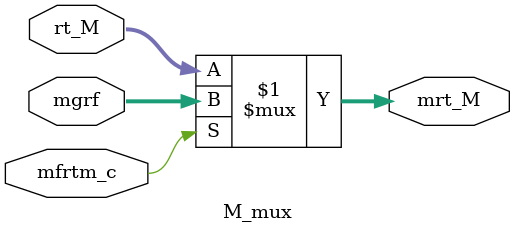
<source format=v>
`timescale 1ns / 1ps
`include "const.v"

module M_mux (
           input [31:0] rt_M,
           input [31:0] mgrf,
           input mfrtm_c,
           output [31:0] mrt_M //MFRTM
       );

assign mrt_M = mfrtm_c ? mgrf : rt_M;

endmodule //M_mux

</source>
